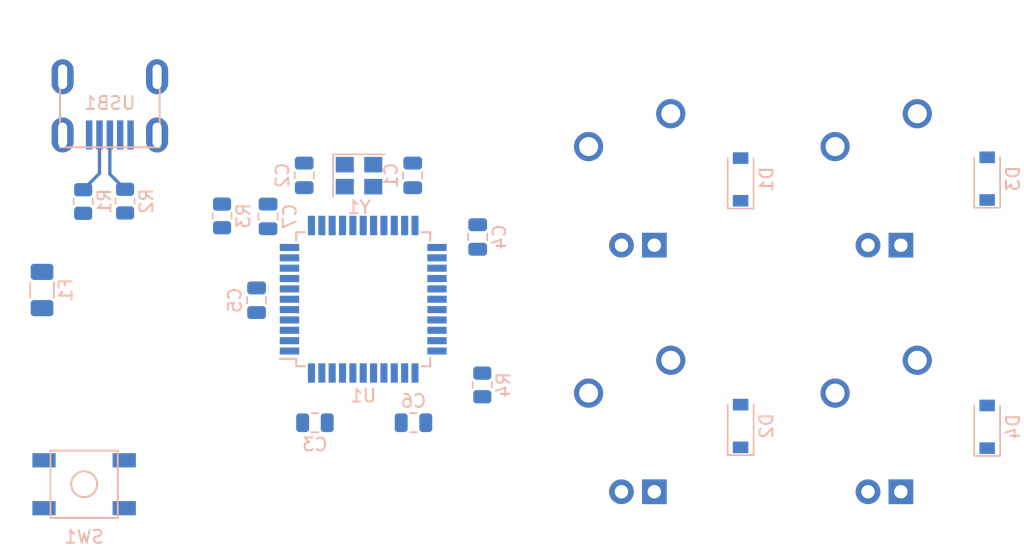
<source format=kicad_pcb>
(kicad_pcb (version 20171130) (host pcbnew "(5.1.10)-1")

  (general
    (thickness 1.6)
    (drawings 9)
    (tracks 4)
    (zones 0)
    (modules 24)
    (nets 45)
  )

  (page A4)
  (layers
    (0 F.Cu signal)
    (31 B.Cu signal)
    (32 B.Adhes user)
    (33 F.Adhes user)
    (34 B.Paste user)
    (35 F.Paste user)
    (36 B.SilkS user)
    (37 F.SilkS user)
    (38 B.Mask user)
    (39 F.Mask user)
    (40 Dwgs.User user)
    (41 Cmts.User user)
    (42 Eco1.User user)
    (43 Eco2.User user)
    (44 Edge.Cuts user)
    (45 Margin user)
    (46 B.CrtYd user)
    (47 F.CrtYd user)
    (48 B.Fab user)
    (49 F.Fab user)
  )

  (setup
    (last_trace_width 0.254)
    (trace_clearance 0.2)
    (zone_clearance 0.508)
    (zone_45_only no)
    (trace_min 0.2)
    (via_size 0.8)
    (via_drill 0.4)
    (via_min_size 0.4)
    (via_min_drill 0.3)
    (uvia_size 0.3)
    (uvia_drill 0.1)
    (uvias_allowed no)
    (uvia_min_size 0.2)
    (uvia_min_drill 0.1)
    (edge_width 0.05)
    (segment_width 0.2)
    (pcb_text_width 0.3)
    (pcb_text_size 1.5 1.5)
    (mod_edge_width 0.12)
    (mod_text_size 1 1)
    (mod_text_width 0.15)
    (pad_size 1.524 1.524)
    (pad_drill 0.762)
    (pad_to_mask_clearance 0)
    (aux_axis_origin 0 0)
    (visible_elements FFFFFF7F)
    (pcbplotparams
      (layerselection 0x010fc_ffffffff)
      (usegerberextensions false)
      (usegerberattributes true)
      (usegerberadvancedattributes true)
      (creategerberjobfile true)
      (excludeedgelayer true)
      (linewidth 0.100000)
      (plotframeref false)
      (viasonmask false)
      (mode 1)
      (useauxorigin false)
      (hpglpennumber 1)
      (hpglpenspeed 20)
      (hpglpendiameter 15.000000)
      (psnegative false)
      (psa4output false)
      (plotreference true)
      (plotvalue true)
      (plotinvisibletext false)
      (padsonsilk false)
      (subtractmaskfromsilk false)
      (outputformat 1)
      (mirror false)
      (drillshape 1)
      (scaleselection 1)
      (outputdirectory ""))
  )

  (net 0 "")
  (net 1 GND)
  (net 2 "Net-(C1-Pad1)")
  (net 3 "Net-(C2-Pad1)")
  (net 4 +5V)
  (net 5 "Net-(C5-Pad1)")
  (net 6 "Net-(D1-Pad2)")
  (net 7 ROW0)
  (net 8 "Net-(D2-Pad2)")
  (net 9 ROW1)
  (net 10 "Net-(D3-Pad2)")
  (net 11 "Net-(D4-Pad2)")
  (net 12 VCC)
  (net 13 COL0)
  (net 14 COL1)
  (net 15 D-)
  (net 16 "Net-(R1-Pad1)")
  (net 17 D+)
  (net 18 "Net-(R2-Pad1)")
  (net 19 "Net-(R3-Pad2)")
  (net 20 "Net-(R4-Pad2)")
  (net 21 "Net-(U1-Pad42)")
  (net 22 "Net-(U1-Pad41)")
  (net 23 "Net-(U1-Pad40)")
  (net 24 "Net-(U1-Pad39)")
  (net 25 "Net-(U1-Pad38)")
  (net 26 "Net-(U1-Pad37)")
  (net 27 "Net-(U1-Pad36)")
  (net 28 "Net-(U1-Pad32)")
  (net 29 "Net-(U1-Pad31)")
  (net 30 "Net-(U1-Pad26)")
  (net 31 "Net-(U1-Pad25)")
  (net 32 "Net-(U1-Pad22)")
  (net 33 "Net-(U1-Pad21)")
  (net 34 "Net-(U1-Pad20)")
  (net 35 "Net-(U1-Pad19)")
  (net 36 "Net-(U1-Pad18)")
  (net 37 "Net-(U1-Pad12)")
  (net 38 "Net-(U1-Pad11)")
  (net 39 "Net-(U1-Pad10)")
  (net 40 "Net-(U1-Pad9)")
  (net 41 "Net-(U1-Pad8)")
  (net 42 "Net-(U1-Pad1)")
  (net 43 "Net-(USB1-Pad6)")
  (net 44 "Net-(USB1-Pad2)")

  (net_class Default "This is the default net class."
    (clearance 0.2)
    (trace_width 0.254)
    (via_dia 0.8)
    (via_drill 0.4)
    (uvia_dia 0.3)
    (uvia_drill 0.1)
    (add_net +5V)
    (add_net COL0)
    (add_net COL1)
    (add_net D+)
    (add_net D-)
    (add_net GND)
    (add_net "Net-(C1-Pad1)")
    (add_net "Net-(C2-Pad1)")
    (add_net "Net-(C5-Pad1)")
    (add_net "Net-(D1-Pad2)")
    (add_net "Net-(D2-Pad2)")
    (add_net "Net-(D3-Pad2)")
    (add_net "Net-(D4-Pad2)")
    (add_net "Net-(R1-Pad1)")
    (add_net "Net-(R2-Pad1)")
    (add_net "Net-(R3-Pad2)")
    (add_net "Net-(R4-Pad2)")
    (add_net "Net-(U1-Pad1)")
    (add_net "Net-(U1-Pad10)")
    (add_net "Net-(U1-Pad11)")
    (add_net "Net-(U1-Pad12)")
    (add_net "Net-(U1-Pad18)")
    (add_net "Net-(U1-Pad19)")
    (add_net "Net-(U1-Pad20)")
    (add_net "Net-(U1-Pad21)")
    (add_net "Net-(U1-Pad22)")
    (add_net "Net-(U1-Pad25)")
    (add_net "Net-(U1-Pad26)")
    (add_net "Net-(U1-Pad31)")
    (add_net "Net-(U1-Pad32)")
    (add_net "Net-(U1-Pad36)")
    (add_net "Net-(U1-Pad37)")
    (add_net "Net-(U1-Pad38)")
    (add_net "Net-(U1-Pad39)")
    (add_net "Net-(U1-Pad40)")
    (add_net "Net-(U1-Pad41)")
    (add_net "Net-(U1-Pad42)")
    (add_net "Net-(U1-Pad8)")
    (add_net "Net-(U1-Pad9)")
    (add_net "Net-(USB1-Pad2)")
    (add_net "Net-(USB1-Pad6)")
    (add_net ROW0)
    (add_net ROW1)
    (add_net VCC)
  )

  (net_class Power ""
    (clearance 0.2)
    (trace_width 0.381)
    (via_dia 0.8)
    (via_drill 0.4)
    (uvia_dia 0.3)
    (uvia_drill 0.1)
  )

  (module Crystal:Crystal_SMD_3225-4Pin_3.2x2.5mm (layer B.Cu) (tedit 5A0FD1B2) (tstamp 61883A9C)
    (at 384.853 215.607)
    (descr "SMD Crystal SERIES SMD3225/4 http://www.txccrystal.com/images/pdf/7m-accuracy.pdf, 3.2x2.5mm^2 package")
    (tags "SMD SMT crystal")
    (path /61899092)
    (attr smd)
    (fp_text reference Y1 (at 0 2.45) (layer B.SilkS)
      (effects (font (size 1 1) (thickness 0.15)) (justify mirror))
    )
    (fp_text value 16MHz (at 0 -2.45) (layer B.Fab)
      (effects (font (size 1 1) (thickness 0.15)) (justify mirror))
    )
    (fp_text user %R (at 0 0) (layer B.Fab)
      (effects (font (size 0.7 0.7) (thickness 0.105)) (justify mirror))
    )
    (fp_line (start -1.6 1.25) (end -1.6 -1.25) (layer B.Fab) (width 0.1))
    (fp_line (start -1.6 -1.25) (end 1.6 -1.25) (layer B.Fab) (width 0.1))
    (fp_line (start 1.6 -1.25) (end 1.6 1.25) (layer B.Fab) (width 0.1))
    (fp_line (start 1.6 1.25) (end -1.6 1.25) (layer B.Fab) (width 0.1))
    (fp_line (start -1.6 -0.25) (end -0.6 -1.25) (layer B.Fab) (width 0.1))
    (fp_line (start -2 1.65) (end -2 -1.65) (layer B.SilkS) (width 0.12))
    (fp_line (start -2 -1.65) (end 2 -1.65) (layer B.SilkS) (width 0.12))
    (fp_line (start -2.1 1.7) (end -2.1 -1.7) (layer B.CrtYd) (width 0.05))
    (fp_line (start -2.1 -1.7) (end 2.1 -1.7) (layer B.CrtYd) (width 0.05))
    (fp_line (start 2.1 -1.7) (end 2.1 1.7) (layer B.CrtYd) (width 0.05))
    (fp_line (start 2.1 1.7) (end -2.1 1.7) (layer B.CrtYd) (width 0.05))
    (pad 4 smd rect (at -1.1 0.85) (size 1.4 1.2) (layers B.Cu B.Paste B.Mask)
      (net 2 "Net-(C1-Pad1)"))
    (pad 3 smd rect (at 1.1 0.85) (size 1.4 1.2) (layers B.Cu B.Paste B.Mask)
      (net 1 GND))
    (pad 2 smd rect (at 1.1 -0.85) (size 1.4 1.2) (layers B.Cu B.Paste B.Mask)
      (net 3 "Net-(C2-Pad1)"))
    (pad 1 smd rect (at -1.1 -0.85) (size 1.4 1.2) (layers B.Cu B.Paste B.Mask)
      (net 1 GND))
    (model ${KISYS3DMOD}/Crystal.3dshapes/Crystal_SMD_3225-4Pin_3.2x2.5mm.wrl
      (at (xyz 0 0 0))
      (scale (xyz 1 1 1))
      (rotate (xyz 0 0 0))
    )
  )

  (module random-keyboard-parts:Molex-0548190589 (layer B.Cu) (tedit 5C494815) (tstamp 61883A88)
    (at 365.6 207.9625 270)
    (path /6187D465)
    (attr smd)
    (fp_text reference USB1 (at 2.032 0) (layer B.SilkS)
      (effects (font (size 1 1) (thickness 0.15)) (justify mirror))
    )
    (fp_text value Molex-0548190589 (at -5.08 0) (layer Dwgs.User)
      (effects (font (size 1 1) (thickness 0.15)))
    )
    (fp_text user %R (at 2 0) (layer B.CrtYd)
      (effects (font (size 1 1) (thickness 0.15)) (justify mirror))
    )
    (fp_line (start -3.75 3.85) (end -3.75 -3.85) (layer Dwgs.User) (width 0.15))
    (fp_line (start -1.75 4.572) (end -1.75 -4.572) (layer Dwgs.User) (width 0.15))
    (fp_line (start -3.75 -3.85) (end 0 -3.85) (layer Dwgs.User) (width 0.15))
    (fp_line (start -3.75 3.85) (end 0 3.85) (layer Dwgs.User) (width 0.15))
    (fp_line (start 5.45 3.85) (end 5.45 -3.85) (layer B.SilkS) (width 0.15))
    (fp_line (start 0 -3.85) (end 5.45 -3.85) (layer B.SilkS) (width 0.15))
    (fp_line (start 0 3.85) (end 5.45 3.85) (layer B.SilkS) (width 0.15))
    (fp_line (start -3.75 3.75) (end 5.5 3.75) (layer B.CrtYd) (width 0.15))
    (fp_line (start 5.5 3.75) (end 5.5 -3.75) (layer B.CrtYd) (width 0.15))
    (fp_line (start 5.5 -3.75) (end -3.75 -3.75) (layer B.CrtYd) (width 0.15))
    (fp_line (start -3.75 -3.75) (end -3.75 3.75) (layer B.CrtYd) (width 0.15))
    (fp_line (start 5.5 2) (end 3.25 2) (layer B.CrtYd) (width 0.15))
    (fp_line (start 3.25 2) (end 3.25 -2) (layer B.CrtYd) (width 0.15))
    (fp_line (start 3.25 -2) (end 5.5 -2) (layer B.CrtYd) (width 0.15))
    (fp_line (start 5.5 -1.25) (end 3.25 -1.25) (layer B.CrtYd) (width 0.15))
    (fp_line (start 3.25 -0.5) (end 5.5 -0.5) (layer B.CrtYd) (width 0.15))
    (fp_line (start 5.5 0.5) (end 3.25 0.5) (layer B.CrtYd) (width 0.15))
    (fp_line (start 3.25 1.25) (end 5.5 1.25) (layer B.CrtYd) (width 0.15))
    (pad 6 thru_hole oval (at 0 3.65 270) (size 2.7 1.7) (drill oval 1.9 0.7) (layers *.Cu *.Mask)
      (net 43 "Net-(USB1-Pad6)"))
    (pad 6 thru_hole oval (at 0 -3.65 270) (size 2.7 1.7) (drill oval 1.9 0.7) (layers *.Cu *.Mask)
      (net 43 "Net-(USB1-Pad6)"))
    (pad 6 thru_hole oval (at 4.5 -3.65 270) (size 2.7 1.7) (drill oval 1.9 0.7) (layers *.Cu *.Mask)
      (net 43 "Net-(USB1-Pad6)"))
    (pad 6 thru_hole oval (at 4.5 3.65 270) (size 2.7 1.7) (drill oval 1.9 0.7) (layers *.Cu *.Mask)
      (net 43 "Net-(USB1-Pad6)"))
    (pad 5 smd rect (at 4.5 1.6 270) (size 2.25 0.5) (layers B.Cu B.Paste B.Mask)
      (net 12 VCC))
    (pad 4 smd rect (at 4.5 0.8 270) (size 2.25 0.5) (layers B.Cu B.Paste B.Mask)
      (net 15 D-))
    (pad 3 smd rect (at 4.5 0 270) (size 2.25 0.5) (layers B.Cu B.Paste B.Mask)
      (net 17 D+))
    (pad 2 smd rect (at 4.5 -0.8 270) (size 2.25 0.5) (layers B.Cu B.Paste B.Mask)
      (net 44 "Net-(USB1-Pad2)"))
    (pad 1 smd rect (at 4.5 -1.6 270) (size 2.25 0.5) (layers B.Cu B.Paste B.Mask)
      (net 1 GND))
  )

  (module Package_QFP:TQFP-44_10x10mm_P0.8mm (layer B.Cu) (tedit 5A02F146) (tstamp 61883A68)
    (at 385.178 225.156)
    (descr "44-Lead Plastic Thin Quad Flatpack (PT) - 10x10x1.0 mm Body [TQFP] (see Microchip Packaging Specification 00000049BS.pdf)")
    (tags "QFP 0.8")
    (path /61874702)
    (attr smd)
    (fp_text reference U1 (at 0 7.45) (layer B.SilkS)
      (effects (font (size 1 1) (thickness 0.15)) (justify mirror))
    )
    (fp_text value ATmega32U4-AU (at 0 -7.45) (layer B.Fab)
      (effects (font (size 1 1) (thickness 0.15)) (justify mirror))
    )
    (fp_text user %R (at 0 0) (layer B.Fab)
      (effects (font (size 1 1) (thickness 0.15)) (justify mirror))
    )
    (fp_line (start -4 5) (end 5 5) (layer B.Fab) (width 0.15))
    (fp_line (start 5 5) (end 5 -5) (layer B.Fab) (width 0.15))
    (fp_line (start 5 -5) (end -5 -5) (layer B.Fab) (width 0.15))
    (fp_line (start -5 -5) (end -5 4) (layer B.Fab) (width 0.15))
    (fp_line (start -5 4) (end -4 5) (layer B.Fab) (width 0.15))
    (fp_line (start -6.7 6.7) (end -6.7 -6.7) (layer B.CrtYd) (width 0.05))
    (fp_line (start 6.7 6.7) (end 6.7 -6.7) (layer B.CrtYd) (width 0.05))
    (fp_line (start -6.7 6.7) (end 6.7 6.7) (layer B.CrtYd) (width 0.05))
    (fp_line (start -6.7 -6.7) (end 6.7 -6.7) (layer B.CrtYd) (width 0.05))
    (fp_line (start -5.175 5.175) (end -5.175 4.6) (layer B.SilkS) (width 0.15))
    (fp_line (start 5.175 5.175) (end 5.175 4.5) (layer B.SilkS) (width 0.15))
    (fp_line (start 5.175 -5.175) (end 5.175 -4.5) (layer B.SilkS) (width 0.15))
    (fp_line (start -5.175 -5.175) (end -5.175 -4.5) (layer B.SilkS) (width 0.15))
    (fp_line (start -5.175 5.175) (end -4.5 5.175) (layer B.SilkS) (width 0.15))
    (fp_line (start -5.175 -5.175) (end -4.5 -5.175) (layer B.SilkS) (width 0.15))
    (fp_line (start 5.175 -5.175) (end 4.5 -5.175) (layer B.SilkS) (width 0.15))
    (fp_line (start 5.175 5.175) (end 4.5 5.175) (layer B.SilkS) (width 0.15))
    (fp_line (start -5.175 4.6) (end -6.45 4.6) (layer B.SilkS) (width 0.15))
    (pad 44 smd rect (at -4 5.7 270) (size 1.5 0.55) (layers B.Cu B.Paste B.Mask)
      (net 4 +5V))
    (pad 43 smd rect (at -3.2 5.7 270) (size 1.5 0.55) (layers B.Cu B.Paste B.Mask)
      (net 1 GND))
    (pad 42 smd rect (at -2.4 5.7 270) (size 1.5 0.55) (layers B.Cu B.Paste B.Mask)
      (net 21 "Net-(U1-Pad42)"))
    (pad 41 smd rect (at -1.6 5.7 270) (size 1.5 0.55) (layers B.Cu B.Paste B.Mask)
      (net 22 "Net-(U1-Pad41)"))
    (pad 40 smd rect (at -0.8 5.7 270) (size 1.5 0.55) (layers B.Cu B.Paste B.Mask)
      (net 23 "Net-(U1-Pad40)"))
    (pad 39 smd rect (at 0 5.7 270) (size 1.5 0.55) (layers B.Cu B.Paste B.Mask)
      (net 24 "Net-(U1-Pad39)"))
    (pad 38 smd rect (at 0.8 5.7 270) (size 1.5 0.55) (layers B.Cu B.Paste B.Mask)
      (net 25 "Net-(U1-Pad38)"))
    (pad 37 smd rect (at 1.6 5.7 270) (size 1.5 0.55) (layers B.Cu B.Paste B.Mask)
      (net 26 "Net-(U1-Pad37)"))
    (pad 36 smd rect (at 2.4 5.7 270) (size 1.5 0.55) (layers B.Cu B.Paste B.Mask)
      (net 27 "Net-(U1-Pad36)"))
    (pad 35 smd rect (at 3.2 5.7 270) (size 1.5 0.55) (layers B.Cu B.Paste B.Mask)
      (net 1 GND))
    (pad 34 smd rect (at 4 5.7 270) (size 1.5 0.55) (layers B.Cu B.Paste B.Mask)
      (net 4 +5V))
    (pad 33 smd rect (at 5.7 4) (size 1.5 0.55) (layers B.Cu B.Paste B.Mask)
      (net 20 "Net-(R4-Pad2)"))
    (pad 32 smd rect (at 5.7 3.2) (size 1.5 0.55) (layers B.Cu B.Paste B.Mask)
      (net 28 "Net-(U1-Pad32)"))
    (pad 31 smd rect (at 5.7 2.4) (size 1.5 0.55) (layers B.Cu B.Paste B.Mask)
      (net 29 "Net-(U1-Pad31)"))
    (pad 30 smd rect (at 5.7 1.6) (size 1.5 0.55) (layers B.Cu B.Paste B.Mask)
      (net 9 ROW1))
    (pad 29 smd rect (at 5.7 0.8) (size 1.5 0.55) (layers B.Cu B.Paste B.Mask)
      (net 13 COL0))
    (pad 28 smd rect (at 5.7 0) (size 1.5 0.55) (layers B.Cu B.Paste B.Mask)
      (net 14 COL1))
    (pad 27 smd rect (at 5.7 -0.8) (size 1.5 0.55) (layers B.Cu B.Paste B.Mask)
      (net 7 ROW0))
    (pad 26 smd rect (at 5.7 -1.6) (size 1.5 0.55) (layers B.Cu B.Paste B.Mask)
      (net 30 "Net-(U1-Pad26)"))
    (pad 25 smd rect (at 5.7 -2.4) (size 1.5 0.55) (layers B.Cu B.Paste B.Mask)
      (net 31 "Net-(U1-Pad25)"))
    (pad 24 smd rect (at 5.7 -3.2) (size 1.5 0.55) (layers B.Cu B.Paste B.Mask)
      (net 4 +5V))
    (pad 23 smd rect (at 5.7 -4) (size 1.5 0.55) (layers B.Cu B.Paste B.Mask)
      (net 1 GND))
    (pad 22 smd rect (at 4 -5.7 270) (size 1.5 0.55) (layers B.Cu B.Paste B.Mask)
      (net 32 "Net-(U1-Pad22)"))
    (pad 21 smd rect (at 3.2 -5.7 270) (size 1.5 0.55) (layers B.Cu B.Paste B.Mask)
      (net 33 "Net-(U1-Pad21)"))
    (pad 20 smd rect (at 2.4 -5.7 270) (size 1.5 0.55) (layers B.Cu B.Paste B.Mask)
      (net 34 "Net-(U1-Pad20)"))
    (pad 19 smd rect (at 1.6 -5.7 270) (size 1.5 0.55) (layers B.Cu B.Paste B.Mask)
      (net 35 "Net-(U1-Pad19)"))
    (pad 18 smd rect (at 0.8 -5.7 270) (size 1.5 0.55) (layers B.Cu B.Paste B.Mask)
      (net 36 "Net-(U1-Pad18)"))
    (pad 17 smd rect (at 0 -5.7 270) (size 1.5 0.55) (layers B.Cu B.Paste B.Mask)
      (net 2 "Net-(C1-Pad1)"))
    (pad 16 smd rect (at -0.8 -5.7 270) (size 1.5 0.55) (layers B.Cu B.Paste B.Mask)
      (net 3 "Net-(C2-Pad1)"))
    (pad 15 smd rect (at -1.6 -5.7 270) (size 1.5 0.55) (layers B.Cu B.Paste B.Mask)
      (net 1 GND))
    (pad 14 smd rect (at -2.4 -5.7 270) (size 1.5 0.55) (layers B.Cu B.Paste B.Mask)
      (net 4 +5V))
    (pad 13 smd rect (at -3.2 -5.7 270) (size 1.5 0.55) (layers B.Cu B.Paste B.Mask)
      (net 19 "Net-(R3-Pad2)"))
    (pad 12 smd rect (at -4 -5.7 270) (size 1.5 0.55) (layers B.Cu B.Paste B.Mask)
      (net 37 "Net-(U1-Pad12)"))
    (pad 11 smd rect (at -5.7 -4) (size 1.5 0.55) (layers B.Cu B.Paste B.Mask)
      (net 38 "Net-(U1-Pad11)"))
    (pad 10 smd rect (at -5.7 -3.2) (size 1.5 0.55) (layers B.Cu B.Paste B.Mask)
      (net 39 "Net-(U1-Pad10)"))
    (pad 9 smd rect (at -5.7 -2.4) (size 1.5 0.55) (layers B.Cu B.Paste B.Mask)
      (net 40 "Net-(U1-Pad9)"))
    (pad 8 smd rect (at -5.7 -1.6) (size 1.5 0.55) (layers B.Cu B.Paste B.Mask)
      (net 41 "Net-(U1-Pad8)"))
    (pad 7 smd rect (at -5.7 -0.8) (size 1.5 0.55) (layers B.Cu B.Paste B.Mask)
      (net 4 +5V))
    (pad 6 smd rect (at -5.7 0) (size 1.5 0.55) (layers B.Cu B.Paste B.Mask)
      (net 5 "Net-(C5-Pad1)"))
    (pad 5 smd rect (at -5.7 0.8) (size 1.5 0.55) (layers B.Cu B.Paste B.Mask)
      (net 1 GND))
    (pad 4 smd rect (at -5.7 1.6) (size 1.5 0.55) (layers B.Cu B.Paste B.Mask)
      (net 18 "Net-(R2-Pad1)"))
    (pad 3 smd rect (at -5.7 2.4) (size 1.5 0.55) (layers B.Cu B.Paste B.Mask)
      (net 16 "Net-(R1-Pad1)"))
    (pad 2 smd rect (at -5.7 3.2) (size 1.5 0.55) (layers B.Cu B.Paste B.Mask)
      (net 4 +5V))
    (pad 1 smd rect (at -5.7 4) (size 1.5 0.55) (layers B.Cu B.Paste B.Mask)
      (net 42 "Net-(U1-Pad1)"))
    (model ${KISYS3DMOD}/Package_QFP.3dshapes/TQFP-44_10x10mm_P0.8mm.wrl
      (at (xyz 0 0 0))
      (scale (xyz 1 1 1))
      (rotate (xyz 0 0 0))
    )
  )

  (module random-keyboard-parts:SKQG-1155865 (layer B.Cu) (tedit 5E62B398) (tstamp 61883A25)
    (at 363.6125 239.45 180)
    (path /618A2E8B)
    (attr smd)
    (fp_text reference SW1 (at 0 -4.064) (layer B.SilkS)
      (effects (font (size 1 1) (thickness 0.15)) (justify mirror))
    )
    (fp_text value SW_Push (at 0 4.064) (layer B.Fab)
      (effects (font (size 1 1) (thickness 0.15)) (justify mirror))
    )
    (fp_line (start -2.6 -1.1) (end -1.1 -2.6) (layer B.Fab) (width 0.15))
    (fp_line (start 2.6 -1.1) (end 1.1 -2.6) (layer B.Fab) (width 0.15))
    (fp_line (start 2.6 1.1) (end 1.1 2.6) (layer B.Fab) (width 0.15))
    (fp_line (start -2.6 1.1) (end -1.1 2.6) (layer B.Fab) (width 0.15))
    (fp_circle (center 0 0) (end 1 0) (layer B.Fab) (width 0.15))
    (fp_line (start -4.2 1.1) (end -4.2 2.6) (layer B.Fab) (width 0.15))
    (fp_line (start -2.6 1.1) (end -4.2 1.1) (layer B.Fab) (width 0.15))
    (fp_line (start -2.6 -1.1) (end -2.6 1.1) (layer B.Fab) (width 0.15))
    (fp_line (start -4.2 -1.1) (end -2.6 -1.1) (layer B.Fab) (width 0.15))
    (fp_line (start -4.2 -2.6) (end -4.2 -1.1) (layer B.Fab) (width 0.15))
    (fp_line (start 4.2 -2.6) (end -4.2 -2.6) (layer B.Fab) (width 0.15))
    (fp_line (start 4.2 -1.1) (end 4.2 -2.6) (layer B.Fab) (width 0.15))
    (fp_line (start 2.6 -1.1) (end 4.2 -1.1) (layer B.Fab) (width 0.15))
    (fp_line (start 2.6 1.1) (end 2.6 -1.1) (layer B.Fab) (width 0.15))
    (fp_line (start 4.2 1.1) (end 2.6 1.1) (layer B.Fab) (width 0.15))
    (fp_line (start 4.2 2.6) (end 4.2 1.2) (layer B.Fab) (width 0.15))
    (fp_line (start -4.2 2.6) (end 4.2 2.6) (layer B.Fab) (width 0.15))
    (fp_circle (center 0 0) (end 1 0) (layer B.SilkS) (width 0.15))
    (fp_line (start -2.6 -2.6) (end -2.6 2.6) (layer B.SilkS) (width 0.15))
    (fp_line (start 2.6 -2.6) (end -2.6 -2.6) (layer B.SilkS) (width 0.15))
    (fp_line (start 2.6 2.6) (end 2.6 -2.6) (layer B.SilkS) (width 0.15))
    (fp_line (start -2.6 2.6) (end 2.6 2.6) (layer B.SilkS) (width 0.15))
    (pad 4 smd rect (at -3.1 -1.85 180) (size 1.8 1.1) (layers B.Cu B.Paste B.Mask))
    (pad 3 smd rect (at 3.1 1.85 180) (size 1.8 1.1) (layers B.Cu B.Paste B.Mask))
    (pad 2 smd rect (at -3.1 1.85 180) (size 1.8 1.1) (layers B.Cu B.Paste B.Mask)
      (net 19 "Net-(R3-Pad2)"))
    (pad 1 smd rect (at 3.1 -1.85 180) (size 1.8 1.1) (layers B.Cu B.Paste B.Mask)
      (net 1 GND))
    (model ${KISYS3DMOD}/Button_Switch_SMD.3dshapes/SW_SPST_TL3342.step
      (at (xyz 0 0 0))
      (scale (xyz 1 1 1))
      (rotate (xyz 0 0 0))
    )
  )

  (module Resistor_SMD:R_0805_2012Metric (layer B.Cu) (tedit 5F68FEEE) (tstamp 61883A07)
    (at 394.375 231.775 90)
    (descr "Resistor SMD 0805 (2012 Metric), square (rectangular) end terminal, IPC_7351 nominal, (Body size source: IPC-SM-782 page 72, https://www.pcb-3d.com/wordpress/wp-content/uploads/ipc-sm-782a_amendment_1_and_2.pdf), generated with kicad-footprint-generator")
    (tags resistor)
    (path /618892FC)
    (attr smd)
    (fp_text reference R4 (at 0 1.65 90) (layer B.SilkS)
      (effects (font (size 1 1) (thickness 0.15)) (justify mirror))
    )
    (fp_text value 10k (at 0 -1.65 90) (layer B.Fab)
      (effects (font (size 1 1) (thickness 0.15)) (justify mirror))
    )
    (fp_text user %R (at 0 0 90) (layer B.Fab)
      (effects (font (size 0.5 0.5) (thickness 0.08)) (justify mirror))
    )
    (fp_line (start -1 -0.625) (end -1 0.625) (layer B.Fab) (width 0.1))
    (fp_line (start -1 0.625) (end 1 0.625) (layer B.Fab) (width 0.1))
    (fp_line (start 1 0.625) (end 1 -0.625) (layer B.Fab) (width 0.1))
    (fp_line (start 1 -0.625) (end -1 -0.625) (layer B.Fab) (width 0.1))
    (fp_line (start -0.227064 0.735) (end 0.227064 0.735) (layer B.SilkS) (width 0.12))
    (fp_line (start -0.227064 -0.735) (end 0.227064 -0.735) (layer B.SilkS) (width 0.12))
    (fp_line (start -1.68 -0.95) (end -1.68 0.95) (layer B.CrtYd) (width 0.05))
    (fp_line (start -1.68 0.95) (end 1.68 0.95) (layer B.CrtYd) (width 0.05))
    (fp_line (start 1.68 0.95) (end 1.68 -0.95) (layer B.CrtYd) (width 0.05))
    (fp_line (start 1.68 -0.95) (end -1.68 -0.95) (layer B.CrtYd) (width 0.05))
    (pad 2 smd roundrect (at 0.9125 0 90) (size 1.025 1.4) (layers B.Cu B.Paste B.Mask) (roundrect_rratio 0.243902)
      (net 20 "Net-(R4-Pad2)"))
    (pad 1 smd roundrect (at -0.9125 0 90) (size 1.025 1.4) (layers B.Cu B.Paste B.Mask) (roundrect_rratio 0.243902)
      (net 1 GND))
    (model ${KISYS3DMOD}/Resistor_SMD.3dshapes/R_0805_2012Metric.wrl
      (at (xyz 0 0 0))
      (scale (xyz 1 1 1))
      (rotate (xyz 0 0 0))
    )
  )

  (module Resistor_SMD:R_0805_2012Metric (layer B.Cu) (tedit 5F68FEEE) (tstamp 618839F6)
    (at 374.269 218.7175 90)
    (descr "Resistor SMD 0805 (2012 Metric), square (rectangular) end terminal, IPC_7351 nominal, (Body size source: IPC-SM-782 page 72, https://www.pcb-3d.com/wordpress/wp-content/uploads/ipc-sm-782a_amendment_1_and_2.pdf), generated with kicad-footprint-generator")
    (tags resistor)
    (path /618A68F0)
    (attr smd)
    (fp_text reference R3 (at 0 1.65 270) (layer B.SilkS)
      (effects (font (size 1 1) (thickness 0.15)) (justify mirror))
    )
    (fp_text value 10k (at 0 -1.65 270) (layer B.Fab)
      (effects (font (size 1 1) (thickness 0.15)) (justify mirror))
    )
    (fp_text user %R (at 0 0 270) (layer B.Fab)
      (effects (font (size 0.5 0.5) (thickness 0.08)) (justify mirror))
    )
    (fp_line (start -1 -0.625) (end -1 0.625) (layer B.Fab) (width 0.1))
    (fp_line (start -1 0.625) (end 1 0.625) (layer B.Fab) (width 0.1))
    (fp_line (start 1 0.625) (end 1 -0.625) (layer B.Fab) (width 0.1))
    (fp_line (start 1 -0.625) (end -1 -0.625) (layer B.Fab) (width 0.1))
    (fp_line (start -0.227064 0.735) (end 0.227064 0.735) (layer B.SilkS) (width 0.12))
    (fp_line (start -0.227064 -0.735) (end 0.227064 -0.735) (layer B.SilkS) (width 0.12))
    (fp_line (start -1.68 -0.95) (end -1.68 0.95) (layer B.CrtYd) (width 0.05))
    (fp_line (start -1.68 0.95) (end 1.68 0.95) (layer B.CrtYd) (width 0.05))
    (fp_line (start 1.68 0.95) (end 1.68 -0.95) (layer B.CrtYd) (width 0.05))
    (fp_line (start 1.68 -0.95) (end -1.68 -0.95) (layer B.CrtYd) (width 0.05))
    (pad 2 smd roundrect (at 0.9125 0 90) (size 1.025 1.4) (layers B.Cu B.Paste B.Mask) (roundrect_rratio 0.243902)
      (net 19 "Net-(R3-Pad2)"))
    (pad 1 smd roundrect (at -0.9125 0 90) (size 1.025 1.4) (layers B.Cu B.Paste B.Mask) (roundrect_rratio 0.243902)
      (net 4 +5V))
    (model ${KISYS3DMOD}/Resistor_SMD.3dshapes/R_0805_2012Metric.wrl
      (at (xyz 0 0 0))
      (scale (xyz 1 1 1))
      (rotate (xyz 0 0 0))
    )
  )

  (module Resistor_SMD:R_0805_2012Metric (layer B.Cu) (tedit 5F68FEEE) (tstamp 61885E52)
    (at 366.776 217.5745 90)
    (descr "Resistor SMD 0805 (2012 Metric), square (rectangular) end terminal, IPC_7351 nominal, (Body size source: IPC-SM-782 page 72, https://www.pcb-3d.com/wordpress/wp-content/uploads/ipc-sm-782a_amendment_1_and_2.pdf), generated with kicad-footprint-generator")
    (tags resistor)
    (path /6187EF3E)
    (attr smd)
    (fp_text reference R2 (at 0 1.65 270) (layer B.SilkS)
      (effects (font (size 1 1) (thickness 0.15)) (justify mirror))
    )
    (fp_text value 22 (at 0 -1.65 270) (layer B.Fab)
      (effects (font (size 1 1) (thickness 0.15)) (justify mirror))
    )
    (fp_text user %R (at 0 0 270) (layer B.Fab)
      (effects (font (size 0.5 0.5) (thickness 0.08)) (justify mirror))
    )
    (fp_line (start -1 -0.625) (end -1 0.625) (layer B.Fab) (width 0.1))
    (fp_line (start -1 0.625) (end 1 0.625) (layer B.Fab) (width 0.1))
    (fp_line (start 1 0.625) (end 1 -0.625) (layer B.Fab) (width 0.1))
    (fp_line (start 1 -0.625) (end -1 -0.625) (layer B.Fab) (width 0.1))
    (fp_line (start -0.227064 0.735) (end 0.227064 0.735) (layer B.SilkS) (width 0.12))
    (fp_line (start -0.227064 -0.735) (end 0.227064 -0.735) (layer B.SilkS) (width 0.12))
    (fp_line (start -1.68 -0.95) (end -1.68 0.95) (layer B.CrtYd) (width 0.05))
    (fp_line (start -1.68 0.95) (end 1.68 0.95) (layer B.CrtYd) (width 0.05))
    (fp_line (start 1.68 0.95) (end 1.68 -0.95) (layer B.CrtYd) (width 0.05))
    (fp_line (start 1.68 -0.95) (end -1.68 -0.95) (layer B.CrtYd) (width 0.05))
    (pad 2 smd roundrect (at 0.9125 0 90) (size 1.025 1.4) (layers B.Cu B.Paste B.Mask) (roundrect_rratio 0.243902)
      (net 17 D+))
    (pad 1 smd roundrect (at -0.9125 0 90) (size 1.025 1.4) (layers B.Cu B.Paste B.Mask) (roundrect_rratio 0.243902)
      (net 18 "Net-(R2-Pad1)"))
    (model ${KISYS3DMOD}/Resistor_SMD.3dshapes/R_0805_2012Metric.wrl
      (at (xyz 0 0 0))
      (scale (xyz 1 1 1))
      (rotate (xyz 0 0 0))
    )
  )

  (module Resistor_SMD:R_0805_2012Metric (layer B.Cu) (tedit 5F68FEEE) (tstamp 618839D4)
    (at 363.5375 217.60625 90)
    (descr "Resistor SMD 0805 (2012 Metric), square (rectangular) end terminal, IPC_7351 nominal, (Body size source: IPC-SM-782 page 72, https://www.pcb-3d.com/wordpress/wp-content/uploads/ipc-sm-782a_amendment_1_and_2.pdf), generated with kicad-footprint-generator")
    (tags resistor)
    (path /6187C0AA)
    (attr smd)
    (fp_text reference R1 (at 0 1.65 90) (layer B.SilkS)
      (effects (font (size 1 1) (thickness 0.15)) (justify mirror))
    )
    (fp_text value 22 (at 0 -1.65 90) (layer B.Fab)
      (effects (font (size 1 1) (thickness 0.15)) (justify mirror))
    )
    (fp_text user %R (at 0 0 90) (layer B.Fab)
      (effects (font (size 0.5 0.5) (thickness 0.08)) (justify mirror))
    )
    (fp_line (start -1 -0.625) (end -1 0.625) (layer B.Fab) (width 0.1))
    (fp_line (start -1 0.625) (end 1 0.625) (layer B.Fab) (width 0.1))
    (fp_line (start 1 0.625) (end 1 -0.625) (layer B.Fab) (width 0.1))
    (fp_line (start 1 -0.625) (end -1 -0.625) (layer B.Fab) (width 0.1))
    (fp_line (start -0.227064 0.735) (end 0.227064 0.735) (layer B.SilkS) (width 0.12))
    (fp_line (start -0.227064 -0.735) (end 0.227064 -0.735) (layer B.SilkS) (width 0.12))
    (fp_line (start -1.68 -0.95) (end -1.68 0.95) (layer B.CrtYd) (width 0.05))
    (fp_line (start -1.68 0.95) (end 1.68 0.95) (layer B.CrtYd) (width 0.05))
    (fp_line (start 1.68 0.95) (end 1.68 -0.95) (layer B.CrtYd) (width 0.05))
    (fp_line (start 1.68 -0.95) (end -1.68 -0.95) (layer B.CrtYd) (width 0.05))
    (pad 2 smd roundrect (at 0.9125 0 90) (size 1.025 1.4) (layers B.Cu B.Paste B.Mask) (roundrect_rratio 0.243902)
      (net 15 D-))
    (pad 1 smd roundrect (at -0.9125 0 90) (size 1.025 1.4) (layers B.Cu B.Paste B.Mask) (roundrect_rratio 0.243902)
      (net 16 "Net-(R1-Pad1)"))
    (model ${KISYS3DMOD}/Resistor_SMD.3dshapes/R_0805_2012Metric.wrl
      (at (xyz 0 0 0))
      (scale (xyz 1 1 1))
      (rotate (xyz 0 0 0))
    )
  )

  (module MX_Alps_Hybrid:MXOnly-1U (layer F.Cu) (tedit 5AC9901D) (tstamp 618839C3)
    (at 425.45 215.9)
    (path /6189D549)
    (fp_text reference MX4 (at 0 3.175) (layer Dwgs.User)
      (effects (font (size 1 1) (thickness 0.15)))
    )
    (fp_text value MX-NoLED (at 0 -7.9375) (layer Dwgs.User)
      (effects (font (size 1 1) (thickness 0.15)))
    )
    (fp_line (start 5 -7) (end 7 -7) (layer Dwgs.User) (width 0.15))
    (fp_line (start 7 -7) (end 7 -5) (layer Dwgs.User) (width 0.15))
    (fp_line (start 5 7) (end 7 7) (layer Dwgs.User) (width 0.15))
    (fp_line (start 7 7) (end 7 5) (layer Dwgs.User) (width 0.15))
    (fp_line (start -7 5) (end -7 7) (layer Dwgs.User) (width 0.15))
    (fp_line (start -7 7) (end -5 7) (layer Dwgs.User) (width 0.15))
    (fp_line (start -5 -7) (end -7 -7) (layer Dwgs.User) (width 0.15))
    (fp_line (start -7 -7) (end -7 -5) (layer Dwgs.User) (width 0.15))
    (fp_line (start -9.525 -9.525) (end 9.525 -9.525) (layer Dwgs.User) (width 0.15))
    (fp_line (start 9.525 -9.525) (end 9.525 9.525) (layer Dwgs.User) (width 0.15))
    (fp_line (start 9.525 9.525) (end -9.525 9.525) (layer Dwgs.User) (width 0.15))
    (fp_line (start -9.525 9.525) (end -9.525 -9.525) (layer Dwgs.User) (width 0.15))
    (pad "" np_thru_hole circle (at 5.08 0 48.0996) (size 1.75 1.75) (drill 1.75) (layers *.Cu *.Mask))
    (pad "" np_thru_hole circle (at -5.08 0 48.0996) (size 1.75 1.75) (drill 1.75) (layers *.Cu *.Mask))
    (pad 4 thru_hole rect (at 1.27 5.08) (size 1.905 1.905) (drill 1.04) (layers *.Cu B.Mask))
    (pad 3 thru_hole circle (at -1.27 5.08) (size 1.905 1.905) (drill 1.04) (layers *.Cu B.Mask))
    (pad 1 thru_hole circle (at -3.81 -2.54) (size 2.25 2.25) (drill 1.47) (layers *.Cu B.Mask)
      (net 14 COL1))
    (pad "" np_thru_hole circle (at 0 0) (size 3.9878 3.9878) (drill 3.9878) (layers *.Cu *.Mask))
    (pad 2 thru_hole circle (at 2.54 -5.08) (size 2.25 2.25) (drill 1.47) (layers *.Cu B.Mask)
      (net 11 "Net-(D4-Pad2)"))
  )

  (module MX_Alps_Hybrid:MXOnly-1U (layer F.Cu) (tedit 5AC9901D) (tstamp 618839AC)
    (at 425.45 234.95)
    (path /6189C19F)
    (fp_text reference MX3 (at 0 3.175) (layer Dwgs.User)
      (effects (font (size 1 1) (thickness 0.15)))
    )
    (fp_text value MX-NoLED (at 0 -7.9375) (layer Dwgs.User)
      (effects (font (size 1 1) (thickness 0.15)))
    )
    (fp_line (start 5 -7) (end 7 -7) (layer Dwgs.User) (width 0.15))
    (fp_line (start 7 -7) (end 7 -5) (layer Dwgs.User) (width 0.15))
    (fp_line (start 5 7) (end 7 7) (layer Dwgs.User) (width 0.15))
    (fp_line (start 7 7) (end 7 5) (layer Dwgs.User) (width 0.15))
    (fp_line (start -7 5) (end -7 7) (layer Dwgs.User) (width 0.15))
    (fp_line (start -7 7) (end -5 7) (layer Dwgs.User) (width 0.15))
    (fp_line (start -5 -7) (end -7 -7) (layer Dwgs.User) (width 0.15))
    (fp_line (start -7 -7) (end -7 -5) (layer Dwgs.User) (width 0.15))
    (fp_line (start -9.525 -9.525) (end 9.525 -9.525) (layer Dwgs.User) (width 0.15))
    (fp_line (start 9.525 -9.525) (end 9.525 9.525) (layer Dwgs.User) (width 0.15))
    (fp_line (start 9.525 9.525) (end -9.525 9.525) (layer Dwgs.User) (width 0.15))
    (fp_line (start -9.525 9.525) (end -9.525 -9.525) (layer Dwgs.User) (width 0.15))
    (pad "" np_thru_hole circle (at 5.08 0 48.0996) (size 1.75 1.75) (drill 1.75) (layers *.Cu *.Mask))
    (pad "" np_thru_hole circle (at -5.08 0 48.0996) (size 1.75 1.75) (drill 1.75) (layers *.Cu *.Mask))
    (pad 4 thru_hole rect (at 1.27 5.08) (size 1.905 1.905) (drill 1.04) (layers *.Cu B.Mask))
    (pad 3 thru_hole circle (at -1.27 5.08) (size 1.905 1.905) (drill 1.04) (layers *.Cu B.Mask))
    (pad 1 thru_hole circle (at -3.81 -2.54) (size 2.25 2.25) (drill 1.47) (layers *.Cu B.Mask)
      (net 14 COL1))
    (pad "" np_thru_hole circle (at 0 0) (size 3.9878 3.9878) (drill 3.9878) (layers *.Cu *.Mask))
    (pad 2 thru_hole circle (at 2.54 -5.08) (size 2.25 2.25) (drill 1.47) (layers *.Cu B.Mask)
      (net 10 "Net-(D3-Pad2)"))
  )

  (module MX_Alps_Hybrid:MXOnly-1U (layer F.Cu) (tedit 5AC9901D) (tstamp 61883995)
    (at 406.4 234.95)
    (path /6189CEC6)
    (fp_text reference MX2 (at 0 3.175) (layer Dwgs.User)
      (effects (font (size 1 1) (thickness 0.15)))
    )
    (fp_text value MX-NoLED (at 0 -7.9375) (layer Dwgs.User)
      (effects (font (size 1 1) (thickness 0.15)))
    )
    (fp_line (start 5 -7) (end 7 -7) (layer Dwgs.User) (width 0.15))
    (fp_line (start 7 -7) (end 7 -5) (layer Dwgs.User) (width 0.15))
    (fp_line (start 5 7) (end 7 7) (layer Dwgs.User) (width 0.15))
    (fp_line (start 7 7) (end 7 5) (layer Dwgs.User) (width 0.15))
    (fp_line (start -7 5) (end -7 7) (layer Dwgs.User) (width 0.15))
    (fp_line (start -7 7) (end -5 7) (layer Dwgs.User) (width 0.15))
    (fp_line (start -5 -7) (end -7 -7) (layer Dwgs.User) (width 0.15))
    (fp_line (start -7 -7) (end -7 -5) (layer Dwgs.User) (width 0.15))
    (fp_line (start -9.525 -9.525) (end 9.525 -9.525) (layer Dwgs.User) (width 0.15))
    (fp_line (start 9.525 -9.525) (end 9.525 9.525) (layer Dwgs.User) (width 0.15))
    (fp_line (start 9.525 9.525) (end -9.525 9.525) (layer Dwgs.User) (width 0.15))
    (fp_line (start -9.525 9.525) (end -9.525 -9.525) (layer Dwgs.User) (width 0.15))
    (pad "" np_thru_hole circle (at 5.08 0 48.0996) (size 1.75 1.75) (drill 1.75) (layers *.Cu *.Mask))
    (pad "" np_thru_hole circle (at -5.08 0 48.0996) (size 1.75 1.75) (drill 1.75) (layers *.Cu *.Mask))
    (pad 4 thru_hole rect (at 1.27 5.08) (size 1.905 1.905) (drill 1.04) (layers *.Cu B.Mask))
    (pad 3 thru_hole circle (at -1.27 5.08) (size 1.905 1.905) (drill 1.04) (layers *.Cu B.Mask))
    (pad 1 thru_hole circle (at -3.81 -2.54) (size 2.25 2.25) (drill 1.47) (layers *.Cu B.Mask)
      (net 13 COL0))
    (pad "" np_thru_hole circle (at 0 0) (size 3.9878 3.9878) (drill 3.9878) (layers *.Cu *.Mask))
    (pad 2 thru_hole circle (at 2.54 -5.08) (size 2.25 2.25) (drill 1.47) (layers *.Cu B.Mask)
      (net 8 "Net-(D2-Pad2)"))
  )

  (module MX_Alps_Hybrid:MXOnly-1U (layer F.Cu) (tedit 5AC9901D) (tstamp 6188397E)
    (at 406.4 215.9)
    (path /61894113)
    (fp_text reference MX1 (at 0 3.175) (layer Dwgs.User)
      (effects (font (size 1 1) (thickness 0.15)))
    )
    (fp_text value MX-NoLED (at 0 -7.9375) (layer Dwgs.User)
      (effects (font (size 1 1) (thickness 0.15)))
    )
    (fp_line (start 5 -7) (end 7 -7) (layer Dwgs.User) (width 0.15))
    (fp_line (start 7 -7) (end 7 -5) (layer Dwgs.User) (width 0.15))
    (fp_line (start 5 7) (end 7 7) (layer Dwgs.User) (width 0.15))
    (fp_line (start 7 7) (end 7 5) (layer Dwgs.User) (width 0.15))
    (fp_line (start -7 5) (end -7 7) (layer Dwgs.User) (width 0.15))
    (fp_line (start -7 7) (end -5 7) (layer Dwgs.User) (width 0.15))
    (fp_line (start -5 -7) (end -7 -7) (layer Dwgs.User) (width 0.15))
    (fp_line (start -7 -7) (end -7 -5) (layer Dwgs.User) (width 0.15))
    (fp_line (start -9.525 -9.525) (end 9.525 -9.525) (layer Dwgs.User) (width 0.15))
    (fp_line (start 9.525 -9.525) (end 9.525 9.525) (layer Dwgs.User) (width 0.15))
    (fp_line (start 9.525 9.525) (end -9.525 9.525) (layer Dwgs.User) (width 0.15))
    (fp_line (start -9.525 9.525) (end -9.525 -9.525) (layer Dwgs.User) (width 0.15))
    (pad "" np_thru_hole circle (at 5.08 0 48.0996) (size 1.75 1.75) (drill 1.75) (layers *.Cu *.Mask))
    (pad "" np_thru_hole circle (at -5.08 0 48.0996) (size 1.75 1.75) (drill 1.75) (layers *.Cu *.Mask))
    (pad 4 thru_hole rect (at 1.27 5.08) (size 1.905 1.905) (drill 1.04) (layers *.Cu B.Mask))
    (pad 3 thru_hole circle (at -1.27 5.08) (size 1.905 1.905) (drill 1.04) (layers *.Cu B.Mask))
    (pad 1 thru_hole circle (at -3.81 -2.54) (size 2.25 2.25) (drill 1.47) (layers *.Cu B.Mask)
      (net 13 COL0))
    (pad "" np_thru_hole circle (at 0 0) (size 3.9878 3.9878) (drill 3.9878) (layers *.Cu *.Mask))
    (pad 2 thru_hole circle (at 2.54 -5.08) (size 2.25 2.25) (drill 1.47) (layers *.Cu B.Mask)
      (net 6 "Net-(D1-Pad2)"))
  )

  (module Fuse:Fuse_1206_3216Metric (layer B.Cu) (tedit 5F68FEF1) (tstamp 61883967)
    (at 360.3625 224.44375 90)
    (descr "Fuse SMD 1206 (3216 Metric), square (rectangular) end terminal, IPC_7351 nominal, (Body size source: http://www.tortai-tech.com/upload/download/2011102023233369053.pdf), generated with kicad-footprint-generator")
    (tags fuse)
    (path /61887306)
    (attr smd)
    (fp_text reference F1 (at 0 1.82 90) (layer B.SilkS)
      (effects (font (size 1 1) (thickness 0.15)) (justify mirror))
    )
    (fp_text value 500mA (at 0 -1.82 90) (layer B.Fab)
      (effects (font (size 1 1) (thickness 0.15)) (justify mirror))
    )
    (fp_text user %R (at 0 0 90) (layer B.Fab)
      (effects (font (size 0.8 0.8) (thickness 0.12)) (justify mirror))
    )
    (fp_line (start -1.6 -0.8) (end -1.6 0.8) (layer B.Fab) (width 0.1))
    (fp_line (start -1.6 0.8) (end 1.6 0.8) (layer B.Fab) (width 0.1))
    (fp_line (start 1.6 0.8) (end 1.6 -0.8) (layer B.Fab) (width 0.1))
    (fp_line (start 1.6 -0.8) (end -1.6 -0.8) (layer B.Fab) (width 0.1))
    (fp_line (start -0.602064 0.91) (end 0.602064 0.91) (layer B.SilkS) (width 0.12))
    (fp_line (start -0.602064 -0.91) (end 0.602064 -0.91) (layer B.SilkS) (width 0.12))
    (fp_line (start -2.28 -1.12) (end -2.28 1.12) (layer B.CrtYd) (width 0.05))
    (fp_line (start -2.28 1.12) (end 2.28 1.12) (layer B.CrtYd) (width 0.05))
    (fp_line (start 2.28 1.12) (end 2.28 -1.12) (layer B.CrtYd) (width 0.05))
    (fp_line (start 2.28 -1.12) (end -2.28 -1.12) (layer B.CrtYd) (width 0.05))
    (pad 2 smd roundrect (at 1.4 0 90) (size 1.25 1.75) (layers B.Cu B.Paste B.Mask) (roundrect_rratio 0.2)
      (net 12 VCC))
    (pad 1 smd roundrect (at -1.4 0 90) (size 1.25 1.75) (layers B.Cu B.Paste B.Mask) (roundrect_rratio 0.2)
      (net 4 +5V))
    (model ${KISYS3DMOD}/Fuse.3dshapes/Fuse_1206_3216Metric.wrl
      (at (xyz 0 0 0))
      (scale (xyz 1 1 1))
      (rotate (xyz 0 0 0))
    )
  )

  (module Diode_SMD:D_SOD-123 (layer B.Cu) (tedit 58645DC7) (tstamp 61883956)
    (at 433.3875 235.0125 90)
    (descr SOD-123)
    (tags SOD-123)
    (path /6189E75C)
    (attr smd)
    (fp_text reference D4 (at 0 2 90) (layer B.SilkS)
      (effects (font (size 1 1) (thickness 0.15)) (justify mirror))
    )
    (fp_text value SOD-123 (at 0 -2.1 90) (layer B.Fab)
      (effects (font (size 1 1) (thickness 0.15)) (justify mirror))
    )
    (fp_text user %R (at 0 2 90) (layer B.Fab)
      (effects (font (size 1 1) (thickness 0.15)) (justify mirror))
    )
    (fp_line (start -2.25 1) (end -2.25 -1) (layer B.SilkS) (width 0.12))
    (fp_line (start 0.25 0) (end 0.75 0) (layer B.Fab) (width 0.1))
    (fp_line (start 0.25 -0.4) (end -0.35 0) (layer B.Fab) (width 0.1))
    (fp_line (start 0.25 0.4) (end 0.25 -0.4) (layer B.Fab) (width 0.1))
    (fp_line (start -0.35 0) (end 0.25 0.4) (layer B.Fab) (width 0.1))
    (fp_line (start -0.35 0) (end -0.35 -0.55) (layer B.Fab) (width 0.1))
    (fp_line (start -0.35 0) (end -0.35 0.55) (layer B.Fab) (width 0.1))
    (fp_line (start -0.75 0) (end -0.35 0) (layer B.Fab) (width 0.1))
    (fp_line (start -1.4 -0.9) (end -1.4 0.9) (layer B.Fab) (width 0.1))
    (fp_line (start 1.4 -0.9) (end -1.4 -0.9) (layer B.Fab) (width 0.1))
    (fp_line (start 1.4 0.9) (end 1.4 -0.9) (layer B.Fab) (width 0.1))
    (fp_line (start -1.4 0.9) (end 1.4 0.9) (layer B.Fab) (width 0.1))
    (fp_line (start -2.35 1.15) (end 2.35 1.15) (layer B.CrtYd) (width 0.05))
    (fp_line (start 2.35 1.15) (end 2.35 -1.15) (layer B.CrtYd) (width 0.05))
    (fp_line (start 2.35 -1.15) (end -2.35 -1.15) (layer B.CrtYd) (width 0.05))
    (fp_line (start -2.35 1.15) (end -2.35 -1.15) (layer B.CrtYd) (width 0.05))
    (fp_line (start -2.25 -1) (end 1.65 -1) (layer B.SilkS) (width 0.12))
    (fp_line (start -2.25 1) (end 1.65 1) (layer B.SilkS) (width 0.12))
    (pad 2 smd rect (at 1.65 0 90) (size 0.9 1.2) (layers B.Cu B.Paste B.Mask)
      (net 11 "Net-(D4-Pad2)"))
    (pad 1 smd rect (at -1.65 0 90) (size 0.9 1.2) (layers B.Cu B.Paste B.Mask)
      (net 9 ROW1))
    (model ${KISYS3DMOD}/Diode_SMD.3dshapes/D_SOD-123.wrl
      (at (xyz 0 0 0))
      (scale (xyz 1 1 1))
      (rotate (xyz 0 0 0))
    )
  )

  (module Diode_SMD:D_SOD-123 (layer B.Cu) (tedit 58645DC7) (tstamp 6188393D)
    (at 433.3875 215.8375 90)
    (descr SOD-123)
    (tags SOD-123)
    (path /6189ED80)
    (attr smd)
    (fp_text reference D3 (at 0 2 270) (layer B.SilkS)
      (effects (font (size 1 1) (thickness 0.15)) (justify mirror))
    )
    (fp_text value SOD-123 (at 0 -2.1 270) (layer B.Fab)
      (effects (font (size 1 1) (thickness 0.15)) (justify mirror))
    )
    (fp_text user %R (at 0 2 270) (layer B.Fab)
      (effects (font (size 1 1) (thickness 0.15)) (justify mirror))
    )
    (fp_line (start -2.25 1) (end -2.25 -1) (layer B.SilkS) (width 0.12))
    (fp_line (start 0.25 0) (end 0.75 0) (layer B.Fab) (width 0.1))
    (fp_line (start 0.25 -0.4) (end -0.35 0) (layer B.Fab) (width 0.1))
    (fp_line (start 0.25 0.4) (end 0.25 -0.4) (layer B.Fab) (width 0.1))
    (fp_line (start -0.35 0) (end 0.25 0.4) (layer B.Fab) (width 0.1))
    (fp_line (start -0.35 0) (end -0.35 -0.55) (layer B.Fab) (width 0.1))
    (fp_line (start -0.35 0) (end -0.35 0.55) (layer B.Fab) (width 0.1))
    (fp_line (start -0.75 0) (end -0.35 0) (layer B.Fab) (width 0.1))
    (fp_line (start -1.4 -0.9) (end -1.4 0.9) (layer B.Fab) (width 0.1))
    (fp_line (start 1.4 -0.9) (end -1.4 -0.9) (layer B.Fab) (width 0.1))
    (fp_line (start 1.4 0.9) (end 1.4 -0.9) (layer B.Fab) (width 0.1))
    (fp_line (start -1.4 0.9) (end 1.4 0.9) (layer B.Fab) (width 0.1))
    (fp_line (start -2.35 1.15) (end 2.35 1.15) (layer B.CrtYd) (width 0.05))
    (fp_line (start 2.35 1.15) (end 2.35 -1.15) (layer B.CrtYd) (width 0.05))
    (fp_line (start 2.35 -1.15) (end -2.35 -1.15) (layer B.CrtYd) (width 0.05))
    (fp_line (start -2.35 1.15) (end -2.35 -1.15) (layer B.CrtYd) (width 0.05))
    (fp_line (start -2.25 -1) (end 1.65 -1) (layer B.SilkS) (width 0.12))
    (fp_line (start -2.25 1) (end 1.65 1) (layer B.SilkS) (width 0.12))
    (pad 2 smd rect (at 1.65 0 90) (size 0.9 1.2) (layers B.Cu B.Paste B.Mask)
      (net 10 "Net-(D3-Pad2)"))
    (pad 1 smd rect (at -1.65 0 90) (size 0.9 1.2) (layers B.Cu B.Paste B.Mask)
      (net 7 ROW0))
    (model ${KISYS3DMOD}/Diode_SMD.3dshapes/D_SOD-123.wrl
      (at (xyz 0 0 0))
      (scale (xyz 1 1 1))
      (rotate (xyz 0 0 0))
    )
  )

  (module Diode_SMD:D_SOD-123 (layer B.Cu) (tedit 58645DC7) (tstamp 61883924)
    (at 414.3375 234.95 90)
    (descr SOD-123)
    (tags SOD-123)
    (path /6189DBEF)
    (attr smd)
    (fp_text reference D2 (at 0 2 270) (layer B.SilkS)
      (effects (font (size 1 1) (thickness 0.15)) (justify mirror))
    )
    (fp_text value SOD-123 (at 0 -2.1 270) (layer B.Fab)
      (effects (font (size 1 1) (thickness 0.15)) (justify mirror))
    )
    (fp_text user %R (at 0 2 270) (layer B.Fab)
      (effects (font (size 1 1) (thickness 0.15)) (justify mirror))
    )
    (fp_line (start -2.25 1) (end -2.25 -1) (layer B.SilkS) (width 0.12))
    (fp_line (start 0.25 0) (end 0.75 0) (layer B.Fab) (width 0.1))
    (fp_line (start 0.25 -0.4) (end -0.35 0) (layer B.Fab) (width 0.1))
    (fp_line (start 0.25 0.4) (end 0.25 -0.4) (layer B.Fab) (width 0.1))
    (fp_line (start -0.35 0) (end 0.25 0.4) (layer B.Fab) (width 0.1))
    (fp_line (start -0.35 0) (end -0.35 -0.55) (layer B.Fab) (width 0.1))
    (fp_line (start -0.35 0) (end -0.35 0.55) (layer B.Fab) (width 0.1))
    (fp_line (start -0.75 0) (end -0.35 0) (layer B.Fab) (width 0.1))
    (fp_line (start -1.4 -0.9) (end -1.4 0.9) (layer B.Fab) (width 0.1))
    (fp_line (start 1.4 -0.9) (end -1.4 -0.9) (layer B.Fab) (width 0.1))
    (fp_line (start 1.4 0.9) (end 1.4 -0.9) (layer B.Fab) (width 0.1))
    (fp_line (start -1.4 0.9) (end 1.4 0.9) (layer B.Fab) (width 0.1))
    (fp_line (start -2.35 1.15) (end 2.35 1.15) (layer B.CrtYd) (width 0.05))
    (fp_line (start 2.35 1.15) (end 2.35 -1.15) (layer B.CrtYd) (width 0.05))
    (fp_line (start 2.35 -1.15) (end -2.35 -1.15) (layer B.CrtYd) (width 0.05))
    (fp_line (start -2.35 1.15) (end -2.35 -1.15) (layer B.CrtYd) (width 0.05))
    (fp_line (start -2.25 -1) (end 1.65 -1) (layer B.SilkS) (width 0.12))
    (fp_line (start -2.25 1) (end 1.65 1) (layer B.SilkS) (width 0.12))
    (pad 2 smd rect (at 1.65 0 90) (size 0.9 1.2) (layers B.Cu B.Paste B.Mask)
      (net 8 "Net-(D2-Pad2)"))
    (pad 1 smd rect (at -1.65 0 90) (size 0.9 1.2) (layers B.Cu B.Paste B.Mask)
      (net 9 ROW1))
    (model ${KISYS3DMOD}/Diode_SMD.3dshapes/D_SOD-123.wrl
      (at (xyz 0 0 0))
      (scale (xyz 1 1 1))
      (rotate (xyz 0 0 0))
    )
  )

  (module Diode_SMD:D_SOD-123 (layer B.Cu) (tedit 58645DC7) (tstamp 6188390B)
    (at 414.3375 215.9 90)
    (descr SOD-123)
    (tags SOD-123)
    (path /61895AB8)
    (attr smd)
    (fp_text reference D1 (at 0 2 270) (layer B.SilkS)
      (effects (font (size 1 1) (thickness 0.15)) (justify mirror))
    )
    (fp_text value SOD-123 (at 0 -2.1 270) (layer B.Fab)
      (effects (font (size 1 1) (thickness 0.15)) (justify mirror))
    )
    (fp_text user %R (at 0 2 270) (layer B.Fab)
      (effects (font (size 1 1) (thickness 0.15)) (justify mirror))
    )
    (fp_line (start -2.25 1) (end -2.25 -1) (layer B.SilkS) (width 0.12))
    (fp_line (start 0.25 0) (end 0.75 0) (layer B.Fab) (width 0.1))
    (fp_line (start 0.25 -0.4) (end -0.35 0) (layer B.Fab) (width 0.1))
    (fp_line (start 0.25 0.4) (end 0.25 -0.4) (layer B.Fab) (width 0.1))
    (fp_line (start -0.35 0) (end 0.25 0.4) (layer B.Fab) (width 0.1))
    (fp_line (start -0.35 0) (end -0.35 -0.55) (layer B.Fab) (width 0.1))
    (fp_line (start -0.35 0) (end -0.35 0.55) (layer B.Fab) (width 0.1))
    (fp_line (start -0.75 0) (end -0.35 0) (layer B.Fab) (width 0.1))
    (fp_line (start -1.4 -0.9) (end -1.4 0.9) (layer B.Fab) (width 0.1))
    (fp_line (start 1.4 -0.9) (end -1.4 -0.9) (layer B.Fab) (width 0.1))
    (fp_line (start 1.4 0.9) (end 1.4 -0.9) (layer B.Fab) (width 0.1))
    (fp_line (start -1.4 0.9) (end 1.4 0.9) (layer B.Fab) (width 0.1))
    (fp_line (start -2.35 1.15) (end 2.35 1.15) (layer B.CrtYd) (width 0.05))
    (fp_line (start 2.35 1.15) (end 2.35 -1.15) (layer B.CrtYd) (width 0.05))
    (fp_line (start 2.35 -1.15) (end -2.35 -1.15) (layer B.CrtYd) (width 0.05))
    (fp_line (start -2.35 1.15) (end -2.35 -1.15) (layer B.CrtYd) (width 0.05))
    (fp_line (start -2.25 -1) (end 1.65 -1) (layer B.SilkS) (width 0.12))
    (fp_line (start -2.25 1) (end 1.65 1) (layer B.SilkS) (width 0.12))
    (pad 2 smd rect (at 1.65 0 90) (size 0.9 1.2) (layers B.Cu B.Paste B.Mask)
      (net 6 "Net-(D1-Pad2)"))
    (pad 1 smd rect (at -1.65 0 90) (size 0.9 1.2) (layers B.Cu B.Paste B.Mask)
      (net 7 ROW0))
    (model ${KISYS3DMOD}/Diode_SMD.3dshapes/D_SOD-123.wrl
      (at (xyz 0 0 0))
      (scale (xyz 1 1 1))
      (rotate (xyz 0 0 0))
    )
  )

  (module Capacitor_SMD:C_0805_2012Metric (layer B.Cu) (tedit 5F68FEEE) (tstamp 618838F2)
    (at 377.825 218.755 90)
    (descr "Capacitor SMD 0805 (2012 Metric), square (rectangular) end terminal, IPC_7351 nominal, (Body size source: IPC-SM-782 page 76, https://www.pcb-3d.com/wordpress/wp-content/uploads/ipc-sm-782a_amendment_1_and_2.pdf, https://docs.google.com/spreadsheets/d/1BsfQQcO9C6DZCsRaXUlFlo91Tg2WpOkGARC1WS5S8t0/edit?usp=sharing), generated with kicad-footprint-generator")
    (tags capacitor)
    (path /61888705)
    (attr smd)
    (fp_text reference C7 (at 0 1.68 90) (layer B.SilkS)
      (effects (font (size 1 1) (thickness 0.15)) (justify mirror))
    )
    (fp_text value 0.1uF (at 0 -1.68 90) (layer B.Fab)
      (effects (font (size 1 1) (thickness 0.15)) (justify mirror))
    )
    (fp_text user %R (at 0 0 90) (layer B.Fab)
      (effects (font (size 0.5 0.5) (thickness 0.08)) (justify mirror))
    )
    (fp_line (start -1 -0.625) (end -1 0.625) (layer B.Fab) (width 0.1))
    (fp_line (start -1 0.625) (end 1 0.625) (layer B.Fab) (width 0.1))
    (fp_line (start 1 0.625) (end 1 -0.625) (layer B.Fab) (width 0.1))
    (fp_line (start 1 -0.625) (end -1 -0.625) (layer B.Fab) (width 0.1))
    (fp_line (start -0.261252 0.735) (end 0.261252 0.735) (layer B.SilkS) (width 0.12))
    (fp_line (start -0.261252 -0.735) (end 0.261252 -0.735) (layer B.SilkS) (width 0.12))
    (fp_line (start -1.7 -0.98) (end -1.7 0.98) (layer B.CrtYd) (width 0.05))
    (fp_line (start -1.7 0.98) (end 1.7 0.98) (layer B.CrtYd) (width 0.05))
    (fp_line (start 1.7 0.98) (end 1.7 -0.98) (layer B.CrtYd) (width 0.05))
    (fp_line (start 1.7 -0.98) (end -1.7 -0.98) (layer B.CrtYd) (width 0.05))
    (pad 2 smd roundrect (at 0.95 0 90) (size 1 1.45) (layers B.Cu B.Paste B.Mask) (roundrect_rratio 0.25)
      (net 1 GND))
    (pad 1 smd roundrect (at -0.95 0 90) (size 1 1.45) (layers B.Cu B.Paste B.Mask) (roundrect_rratio 0.25)
      (net 4 +5V))
    (model ${KISYS3DMOD}/Capacitor_SMD.3dshapes/C_0805_2012Metric.wrl
      (at (xyz 0 0 0))
      (scale (xyz 1 1 1))
      (rotate (xyz 0 0 0))
    )
  )

  (module Capacitor_SMD:C_0805_2012Metric (layer B.Cu) (tedit 5F68FEEE) (tstamp 618838E1)
    (at 389.062 234.696 180)
    (descr "Capacitor SMD 0805 (2012 Metric), square (rectangular) end terminal, IPC_7351 nominal, (Body size source: IPC-SM-782 page 76, https://www.pcb-3d.com/wordpress/wp-content/uploads/ipc-sm-782a_amendment_1_and_2.pdf, https://docs.google.com/spreadsheets/d/1BsfQQcO9C6DZCsRaXUlFlo91Tg2WpOkGARC1WS5S8t0/edit?usp=sharing), generated with kicad-footprint-generator")
    (tags capacitor)
    (path /6188777D)
    (attr smd)
    (fp_text reference C6 (at 0 1.68) (layer B.SilkS)
      (effects (font (size 1 1) (thickness 0.15)) (justify mirror))
    )
    (fp_text value 0.1uF (at 0 -1.68) (layer B.Fab)
      (effects (font (size 1 1) (thickness 0.15)) (justify mirror))
    )
    (fp_text user %R (at 0 0) (layer B.Fab)
      (effects (font (size 0.5 0.5) (thickness 0.08)) (justify mirror))
    )
    (fp_line (start -1 -0.625) (end -1 0.625) (layer B.Fab) (width 0.1))
    (fp_line (start -1 0.625) (end 1 0.625) (layer B.Fab) (width 0.1))
    (fp_line (start 1 0.625) (end 1 -0.625) (layer B.Fab) (width 0.1))
    (fp_line (start 1 -0.625) (end -1 -0.625) (layer B.Fab) (width 0.1))
    (fp_line (start -0.261252 0.735) (end 0.261252 0.735) (layer B.SilkS) (width 0.12))
    (fp_line (start -0.261252 -0.735) (end 0.261252 -0.735) (layer B.SilkS) (width 0.12))
    (fp_line (start -1.7 -0.98) (end -1.7 0.98) (layer B.CrtYd) (width 0.05))
    (fp_line (start -1.7 0.98) (end 1.7 0.98) (layer B.CrtYd) (width 0.05))
    (fp_line (start 1.7 0.98) (end 1.7 -0.98) (layer B.CrtYd) (width 0.05))
    (fp_line (start 1.7 -0.98) (end -1.7 -0.98) (layer B.CrtYd) (width 0.05))
    (pad 2 smd roundrect (at 0.95 0 180) (size 1 1.45) (layers B.Cu B.Paste B.Mask) (roundrect_rratio 0.25)
      (net 1 GND))
    (pad 1 smd roundrect (at -0.95 0 180) (size 1 1.45) (layers B.Cu B.Paste B.Mask) (roundrect_rratio 0.25)
      (net 4 +5V))
    (model ${KISYS3DMOD}/Capacitor_SMD.3dshapes/C_0805_2012Metric.wrl
      (at (xyz 0 0 0))
      (scale (xyz 1 1 1))
      (rotate (xyz 0 0 0))
    )
  )

  (module Capacitor_SMD:C_0805_2012Metric (layer B.Cu) (tedit 5F68FEEE) (tstamp 618838D0)
    (at 376.936 225.232 270)
    (descr "Capacitor SMD 0805 (2012 Metric), square (rectangular) end terminal, IPC_7351 nominal, (Body size source: IPC-SM-782 page 76, https://www.pcb-3d.com/wordpress/wp-content/uploads/ipc-sm-782a_amendment_1_and_2.pdf, https://docs.google.com/spreadsheets/d/1BsfQQcO9C6DZCsRaXUlFlo91Tg2WpOkGARC1WS5S8t0/edit?usp=sharing), generated with kicad-footprint-generator")
    (tags capacitor)
    (path /61881CAF)
    (attr smd)
    (fp_text reference C5 (at 0 1.68 270) (layer B.SilkS)
      (effects (font (size 1 1) (thickness 0.15)) (justify mirror))
    )
    (fp_text value 1uF (at 0 -1.68 90) (layer B.Fab)
      (effects (font (size 1 1) (thickness 0.15)) (justify mirror))
    )
    (fp_text user %R (at 0 0 270) (layer B.Fab)
      (effects (font (size 0.5 0.5) (thickness 0.08)) (justify mirror))
    )
    (fp_line (start -1 -0.625) (end -1 0.625) (layer B.Fab) (width 0.1))
    (fp_line (start -1 0.625) (end 1 0.625) (layer B.Fab) (width 0.1))
    (fp_line (start 1 0.625) (end 1 -0.625) (layer B.Fab) (width 0.1))
    (fp_line (start 1 -0.625) (end -1 -0.625) (layer B.Fab) (width 0.1))
    (fp_line (start -0.261252 0.735) (end 0.261252 0.735) (layer B.SilkS) (width 0.12))
    (fp_line (start -0.261252 -0.735) (end 0.261252 -0.735) (layer B.SilkS) (width 0.12))
    (fp_line (start -1.7 -0.98) (end -1.7 0.98) (layer B.CrtYd) (width 0.05))
    (fp_line (start -1.7 0.98) (end 1.7 0.98) (layer B.CrtYd) (width 0.05))
    (fp_line (start 1.7 0.98) (end 1.7 -0.98) (layer B.CrtYd) (width 0.05))
    (fp_line (start 1.7 -0.98) (end -1.7 -0.98) (layer B.CrtYd) (width 0.05))
    (pad 2 smd roundrect (at 0.95 0 270) (size 1 1.45) (layers B.Cu B.Paste B.Mask) (roundrect_rratio 0.25)
      (net 1 GND))
    (pad 1 smd roundrect (at -0.95 0 270) (size 1 1.45) (layers B.Cu B.Paste B.Mask) (roundrect_rratio 0.25)
      (net 5 "Net-(C5-Pad1)"))
    (model ${KISYS3DMOD}/Capacitor_SMD.3dshapes/C_0805_2012Metric.wrl
      (at (xyz 0 0 0))
      (scale (xyz 1 1 1))
      (rotate (xyz 0 0 0))
    )
  )

  (module Capacitor_SMD:C_0805_2012Metric (layer B.Cu) (tedit 5F68FEEE) (tstamp 618838BF)
    (at 394.02 220.345 90)
    (descr "Capacitor SMD 0805 (2012 Metric), square (rectangular) end terminal, IPC_7351 nominal, (Body size source: IPC-SM-782 page 76, https://www.pcb-3d.com/wordpress/wp-content/uploads/ipc-sm-782a_amendment_1_and_2.pdf, https://docs.google.com/spreadsheets/d/1BsfQQcO9C6DZCsRaXUlFlo91Tg2WpOkGARC1WS5S8t0/edit?usp=sharing), generated with kicad-footprint-generator")
    (tags capacitor)
    (path /61886132)
    (attr smd)
    (fp_text reference C4 (at 0 1.68 90) (layer B.SilkS)
      (effects (font (size 1 1) (thickness 0.15)) (justify mirror))
    )
    (fp_text value 0.1uF (at 0 -1.68 90) (layer B.Fab)
      (effects (font (size 1 1) (thickness 0.15)) (justify mirror))
    )
    (fp_text user %R (at 0 0 90) (layer B.Fab)
      (effects (font (size 0.5 0.5) (thickness 0.08)) (justify mirror))
    )
    (fp_line (start -1 -0.625) (end -1 0.625) (layer B.Fab) (width 0.1))
    (fp_line (start -1 0.625) (end 1 0.625) (layer B.Fab) (width 0.1))
    (fp_line (start 1 0.625) (end 1 -0.625) (layer B.Fab) (width 0.1))
    (fp_line (start 1 -0.625) (end -1 -0.625) (layer B.Fab) (width 0.1))
    (fp_line (start -0.261252 0.735) (end 0.261252 0.735) (layer B.SilkS) (width 0.12))
    (fp_line (start -0.261252 -0.735) (end 0.261252 -0.735) (layer B.SilkS) (width 0.12))
    (fp_line (start -1.7 -0.98) (end -1.7 0.98) (layer B.CrtYd) (width 0.05))
    (fp_line (start -1.7 0.98) (end 1.7 0.98) (layer B.CrtYd) (width 0.05))
    (fp_line (start 1.7 0.98) (end 1.7 -0.98) (layer B.CrtYd) (width 0.05))
    (fp_line (start 1.7 -0.98) (end -1.7 -0.98) (layer B.CrtYd) (width 0.05))
    (pad 2 smd roundrect (at 0.95 0 90) (size 1 1.45) (layers B.Cu B.Paste B.Mask) (roundrect_rratio 0.25)
      (net 1 GND))
    (pad 1 smd roundrect (at -0.95 0 90) (size 1 1.45) (layers B.Cu B.Paste B.Mask) (roundrect_rratio 0.25)
      (net 4 +5V))
    (model ${KISYS3DMOD}/Capacitor_SMD.3dshapes/C_0805_2012Metric.wrl
      (at (xyz 0 0 0))
      (scale (xyz 1 1 1))
      (rotate (xyz 0 0 0))
    )
  )

  (module Capacitor_SMD:C_0805_2012Metric (layer B.Cu) (tedit 5F68FEEE) (tstamp 618838AE)
    (at 381.447 234.696)
    (descr "Capacitor SMD 0805 (2012 Metric), square (rectangular) end terminal, IPC_7351 nominal, (Body size source: IPC-SM-782 page 76, https://www.pcb-3d.com/wordpress/wp-content/uploads/ipc-sm-782a_amendment_1_and_2.pdf, https://docs.google.com/spreadsheets/d/1BsfQQcO9C6DZCsRaXUlFlo91Tg2WpOkGARC1WS5S8t0/edit?usp=sharing), generated with kicad-footprint-generator")
    (tags capacitor)
    (path /61885987)
    (attr smd)
    (fp_text reference C3 (at 0 1.68) (layer B.SilkS)
      (effects (font (size 1 1) (thickness 0.15)) (justify mirror))
    )
    (fp_text value 10uF (at 0 -1.68) (layer B.Fab)
      (effects (font (size 1 1) (thickness 0.15)) (justify mirror))
    )
    (fp_text user %R (at 0 0) (layer F.Fab)
      (effects (font (size 0.5 0.5) (thickness 0.08)))
    )
    (fp_line (start -1 -0.625) (end -1 0.625) (layer B.Fab) (width 0.1))
    (fp_line (start -1 0.625) (end 1 0.625) (layer B.Fab) (width 0.1))
    (fp_line (start 1 0.625) (end 1 -0.625) (layer B.Fab) (width 0.1))
    (fp_line (start 1 -0.625) (end -1 -0.625) (layer B.Fab) (width 0.1))
    (fp_line (start -0.261252 0.735) (end 0.261252 0.735) (layer B.SilkS) (width 0.12))
    (fp_line (start -0.261252 -0.735) (end 0.261252 -0.735) (layer B.SilkS) (width 0.12))
    (fp_line (start -1.7 -0.98) (end -1.7 0.98) (layer B.CrtYd) (width 0.05))
    (fp_line (start -1.7 0.98) (end 1.7 0.98) (layer B.CrtYd) (width 0.05))
    (fp_line (start 1.7 0.98) (end 1.7 -0.98) (layer B.CrtYd) (width 0.05))
    (fp_line (start 1.7 -0.98) (end -1.7 -0.98) (layer B.CrtYd) (width 0.05))
    (pad 2 smd roundrect (at 0.95 0) (size 1 1.45) (layers B.Cu B.Paste B.Mask) (roundrect_rratio 0.25)
      (net 1 GND))
    (pad 1 smd roundrect (at -0.95 0) (size 1 1.45) (layers B.Cu B.Paste B.Mask) (roundrect_rratio 0.25)
      (net 4 +5V))
    (model ${KISYS3DMOD}/Capacitor_SMD.3dshapes/C_0805_2012Metric.wrl
      (at (xyz 0 0 0))
      (scale (xyz 1 1 1))
      (rotate (xyz 0 0 0))
    )
  )

  (module Capacitor_SMD:C_0805_2012Metric (layer B.Cu) (tedit 5F68FEEE) (tstamp 6188389D)
    (at 380.619 215.585 270)
    (descr "Capacitor SMD 0805 (2012 Metric), square (rectangular) end terminal, IPC_7351 nominal, (Body size source: IPC-SM-782 page 76, https://www.pcb-3d.com/wordpress/wp-content/uploads/ipc-sm-782a_amendment_1_and_2.pdf, https://docs.google.com/spreadsheets/d/1BsfQQcO9C6DZCsRaXUlFlo91Tg2WpOkGARC1WS5S8t0/edit?usp=sharing), generated with kicad-footprint-generator")
    (tags capacitor)
    (path /6189BD52)
    (attr smd)
    (fp_text reference C2 (at 0 1.68 90) (layer B.SilkS)
      (effects (font (size 1 1) (thickness 0.15)) (justify mirror))
    )
    (fp_text value 22pF (at 0 -1.68 90) (layer B.Fab)
      (effects (font (size 1 1) (thickness 0.15)) (justify mirror))
    )
    (fp_text user %R (at 0 0 90) (layer B.Fab)
      (effects (font (size 0.5 0.5) (thickness 0.08)) (justify mirror))
    )
    (fp_line (start -1 -0.625) (end -1 0.625) (layer B.Fab) (width 0.1))
    (fp_line (start -1 0.625) (end 1 0.625) (layer B.Fab) (width 0.1))
    (fp_line (start 1 0.625) (end 1 -0.625) (layer B.Fab) (width 0.1))
    (fp_line (start 1 -0.625) (end -1 -0.625) (layer B.Fab) (width 0.1))
    (fp_line (start -0.261252 0.735) (end 0.261252 0.735) (layer B.SilkS) (width 0.12))
    (fp_line (start -0.261252 -0.735) (end 0.261252 -0.735) (layer B.SilkS) (width 0.12))
    (fp_line (start -1.7 -0.98) (end -1.7 0.98) (layer B.CrtYd) (width 0.05))
    (fp_line (start -1.7 0.98) (end 1.7 0.98) (layer B.CrtYd) (width 0.05))
    (fp_line (start 1.7 0.98) (end 1.7 -0.98) (layer B.CrtYd) (width 0.05))
    (fp_line (start 1.7 -0.98) (end -1.7 -0.98) (layer B.CrtYd) (width 0.05))
    (pad 2 smd roundrect (at 0.95 0 270) (size 1 1.45) (layers B.Cu B.Paste B.Mask) (roundrect_rratio 0.25)
      (net 1 GND))
    (pad 1 smd roundrect (at -0.95 0 270) (size 1 1.45) (layers B.Cu B.Paste B.Mask) (roundrect_rratio 0.25)
      (net 3 "Net-(C2-Pad1)"))
    (model ${KISYS3DMOD}/Capacitor_SMD.3dshapes/C_0805_2012Metric.wrl
      (at (xyz 0 0 0))
      (scale (xyz 1 1 1))
      (rotate (xyz 0 0 0))
    )
  )

  (module Capacitor_SMD:C_0805_2012Metric (layer B.Cu) (tedit 5F68FEEE) (tstamp 6188388C)
    (at 389.001 215.585 270)
    (descr "Capacitor SMD 0805 (2012 Metric), square (rectangular) end terminal, IPC_7351 nominal, (Body size source: IPC-SM-782 page 76, https://www.pcb-3d.com/wordpress/wp-content/uploads/ipc-sm-782a_amendment_1_and_2.pdf, https://docs.google.com/spreadsheets/d/1BsfQQcO9C6DZCsRaXUlFlo91Tg2WpOkGARC1WS5S8t0/edit?usp=sharing), generated with kicad-footprint-generator")
    (tags capacitor)
    (path /6189B03E)
    (attr smd)
    (fp_text reference C1 (at 0 1.68 270) (layer B.SilkS)
      (effects (font (size 1 1) (thickness 0.15)) (justify mirror))
    )
    (fp_text value 22pF (at 0 -1.68 270) (layer B.Fab)
      (effects (font (size 1 1) (thickness 0.15)) (justify mirror))
    )
    (fp_text user %R (at 0 0 270) (layer B.Fab)
      (effects (font (size 0.5 0.5) (thickness 0.08)) (justify mirror))
    )
    (fp_line (start -1 -0.625) (end -1 0.625) (layer B.Fab) (width 0.1))
    (fp_line (start -1 0.625) (end 1 0.625) (layer B.Fab) (width 0.1))
    (fp_line (start 1 0.625) (end 1 -0.625) (layer B.Fab) (width 0.1))
    (fp_line (start 1 -0.625) (end -1 -0.625) (layer B.Fab) (width 0.1))
    (fp_line (start -0.261252 0.735) (end 0.261252 0.735) (layer B.SilkS) (width 0.12))
    (fp_line (start -0.261252 -0.735) (end 0.261252 -0.735) (layer B.SilkS) (width 0.12))
    (fp_line (start -1.7 -0.98) (end -1.7 0.98) (layer B.CrtYd) (width 0.05))
    (fp_line (start -1.7 0.98) (end 1.7 0.98) (layer B.CrtYd) (width 0.05))
    (fp_line (start 1.7 0.98) (end 1.7 -0.98) (layer B.CrtYd) (width 0.05))
    (fp_line (start 1.7 -0.98) (end -1.7 -0.98) (layer B.CrtYd) (width 0.05))
    (pad 2 smd roundrect (at 0.95 0 270) (size 1 1.45) (layers B.Cu B.Paste B.Mask) (roundrect_rratio 0.25)
      (net 1 GND))
    (pad 1 smd roundrect (at -0.95 0 270) (size 1 1.45) (layers B.Cu B.Paste B.Mask) (roundrect_rratio 0.25)
      (net 2 "Net-(C1-Pad1)"))
    (model ${KISYS3DMOD}/Capacitor_SMD.3dshapes/C_0805_2012Metric.wrl
      (at (xyz 0 0 0))
      (scale (xyz 1 1 1))
      (rotate (xyz 0 0 0))
    )
  )

  (gr_line (start 357.1875 207.9625) (end 357.1875 242.8875) (layer Dwgs.User) (width 0.15) (tstamp 618854A5))
  (gr_arc (start 358.775 207.9625) (end 358.775 206.375) (angle -90) (layer Dwgs.User) (width 0.15))
  (gr_line (start 433.3875 206.375) (end 358.775 206.375) (layer Dwgs.User) (width 0.15))
  (gr_arc (start 358.775 242.8875) (end 357.1875 242.8875) (angle -90) (layer Dwgs.User) (width 0.15))
  (gr_line (start 365.125 244.475) (end 358.775 244.475) (layer Dwgs.User) (width 0.15))
  (gr_line (start 433.3875 244.475) (end 365.125 244.475) (layer Dwgs.User) (width 0.15))
  (gr_line (start 434.975 207.9625) (end 434.975 242.8875) (layer Dwgs.User) (width 0.15) (tstamp 618854A4))
  (gr_arc (start 433.3875 242.8875) (end 433.3875 244.475) (angle -90) (layer Dwgs.User) (width 0.15))
  (gr_arc (start 433.3875 207.9625) (end 434.975 207.9625) (angle -90) (layer Dwgs.User) (width 0.15))

  (segment (start 364.8 215.43125) (end 363.5375 216.69375) (width 0.254) (layer B.Cu) (net 15))
  (segment (start 364.8 212.4625) (end 364.8 215.43125) (width 0.254) (layer B.Cu) (net 15))
  (segment (start 365.6 215.486) (end 366.776 216.662) (width 0.254) (layer B.Cu) (net 17))
  (segment (start 365.6 212.4625) (end 365.6 215.486) (width 0.254) (layer B.Cu) (net 17))

)

</source>
